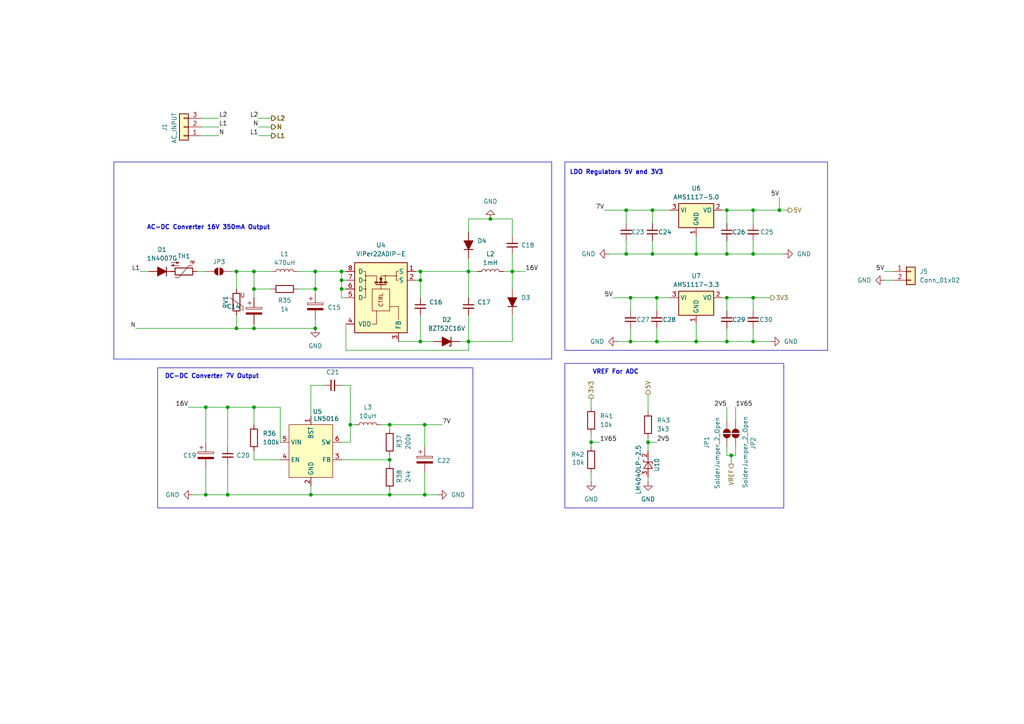
<source format=kicad_sch>
(kicad_sch (version 20231120) (generator "eeschema") (generator_version "8.0")
  (paper "A4")
  (lib_symbols
    (symbol "3Phase:Thermistor_NTC-3Phase-rescue-3Phase-rescue" (pin_numbers hide) (pin_names (offset 0))
      (property "Reference" "TH" (at -4.445 0 90))
      (property "Value" "Thermistor_NTC-3Phase-rescue-3Phase-rescue" (at 3.175 0 90))
      (symbol "Thermistor_NTC-3Phase-rescue-3Phase-rescue_0_1"
        (arc (start -3.048 2.159) (mid -3.0495 2.3143) (end -3.175 2.413))
        (arc (start -3.048 2.159) (mid -2.9736 1.9794) (end -2.794 1.905))
        (arc (start -3.048 2.794) (mid -2.9736 2.6144) (end -2.794 2.54))
        (arc (start -2.794 1.905) (mid -2.6144 1.9794) (end -2.54 2.159))
        (arc (start -2.794 2.54) (mid -2.4393 2.5587) (end -2.159 2.794))
        (arc (start -2.794 3.048) (mid -2.9736 2.9736) (end -3.048 2.794))
        (arc (start -2.54 2.794) (mid -2.6144 2.9736) (end -2.794 3.048))
        (rectangle (start -1.016 2.54) (end 1.016 -2.54) (stroke (width 0.254)))
        (polyline (pts (xy -2.54 2.159) (xy -2.54 2.794)))
        (polyline (pts (xy -1.778 2.54) (xy -1.778 1.524) (xy 1.778 -1.524) (xy 1.778 -2.54)))
        (polyline (pts (xy -2.54 -3.683) (xy -2.54 -1.397) (xy -2.794 -2.159) (xy -2.286 -2.159) (xy -2.54 -1.397) (xy -2.54 -1.651)) (fill (type outline)))
        (polyline (pts (xy -1.778 -1.397) (xy -1.778 -3.683) (xy -2.032 -2.921) (xy -1.524 -2.921) (xy -1.778 -3.683) (xy -1.778 -3.429)) (fill (type outline)))
      )
      (symbol "Thermistor_NTC-3Phase-rescue-3Phase-rescue_1_1"
        (pin passive line (at 0 3.81 270) (length 1.27) (name "~") (number "1"))
        (pin passive line (at 0 -3.81 90) (length 1.27) (name "~") (number "2"))
      )
    )
    (symbol "3Phase:Varistor-3Phase-rescue-3Phase-rescue" (pin_numbers hide) (pin_names (offset 0))
      (property "Reference" "RV" (at 3.175 0 90))
      (property "Value" "Varistor-3Phase-rescue-3Phase-rescue" (at -3.175 0 90))
      (symbol "Varistor-3Phase-rescue-3Phase-rescue_0_0"
        (text "U" (at -1.778 -2.032 0) (effects (font (size 1.27 1.27))))
      )
      (symbol "Varistor-3Phase-rescue-3Phase-rescue_0_1"
        (rectangle (start -1.016 -2.54) (end 1.016 2.54) (stroke (width 0.254)))
        (polyline (pts (xy -1.905 2.54) (xy -1.905 1.27) (xy 1.905 -1.27)))
      )
      (symbol "Varistor-3Phase-rescue-3Phase-rescue_1_1"
        (pin passive line (at 0 3.81 270) (length 1.27) (name "~") (number "1"))
        (pin passive line (at 0 -3.81 90) (length 1.27) (name "~") (number "2"))
      )
    )
    (symbol "Connector_Generic:Conn_01x02" (pin_names (offset 1.016) hide)
      (property "Reference" "J" (at 0 2.54 0))
      (property "Value" "Conn_01x02" (at 0 -5.08 0))
      (symbol "Conn_01x02_1_1"
        (rectangle (start -1.27 -2.413) (end 0 -2.667) (stroke (width 0.1524)))
        (rectangle (start -1.27 0.127) (end 0 -0.127) (stroke (width 0.1524)))
        (rectangle (start -1.27 1.27) (end 1.27 -3.81) (stroke (width 0.254)) (fill (type background)))
        (pin passive line (at -5.08 0 0) (length 3.81) (name "Pin_1") (number "1"))
        (pin passive line (at -5.08 -2.54 0) (length 3.81) (name "Pin_2") (number "2"))
      )
    )
    (symbol "Connector_Generic:Conn_01x03" (pin_names (offset 1.016) hide)
      (property "Reference" "J" (at 0 5.08 0))
      (property "Value" "Conn_01x03" (at 0 -5.08 0))
      (symbol "Conn_01x03_1_1"
        (rectangle (start -1.27 -2.413) (end 0 -2.667) (stroke (width 0.1524)))
        (rectangle (start -1.27 0.127) (end 0 -0.127) (stroke (width 0.1524)))
        (rectangle (start -1.27 2.667) (end 0 2.413) (stroke (width 0.1524)))
        (rectangle (start -1.27 3.81) (end 1.27 -3.81) (stroke (width 0.254)) (fill (type background)))
        (pin passive line (at -5.08 2.54 0) (length 3.81) (name "Pin_1") (number "1"))
        (pin passive line (at -5.08 0 0) (length 3.81) (name "Pin_2") (number "2"))
        (pin passive line (at -5.08 -2.54 0) (length 3.81) (name "Pin_3") (number "3"))
      )
    )
    (symbol "Device:C_Polarized" (pin_numbers hide) (pin_names (offset 0.254))
      (property "Reference" "C" (at 0.635 2.54 0))
      (property "Value" "C_Polarized" (at 0.635 -2.54 0))
      (symbol "C_Polarized_0_1"
        (rectangle (start -2.286 0.508) (end 2.286 1.016))
        (polyline (pts (xy -1.778 2.286) (xy -0.762 2.286)))
        (polyline (pts (xy -1.27 2.794) (xy -1.27 1.778)))
        (rectangle (start 2.286 -0.508) (end -2.286 -1.016) (fill (type outline)))
      )
      (symbol "C_Polarized_1_1"
        (pin passive line (at 0 3.81 270) (length 2.794) (name "~") (number "1"))
        (pin passive line (at 0 -3.81 90) (length 2.794) (name "~") (number "2"))
      )
    )
    (symbol "Device:C_Small" (pin_numbers hide) (pin_names (offset 0.254) hide)
      (property "Reference" "C" (at 0.254 1.778 0))
      (property "Value" "C_Small" (at 0.254 -2.032 0))
      (symbol "C_Small_0_1"
        (polyline (pts (xy -1.524 -0.508) (xy 1.524 -0.508)) (stroke (width 0.3302)))
        (polyline (pts (xy -1.524 0.508) (xy 1.524 0.508)) (stroke (width 0.3048)))
      )
      (symbol "C_Small_1_1"
        (pin passive line (at 0 2.54 270) (length 2.032) (name "~") (number "1"))
        (pin passive line (at 0 -2.54 90) (length 2.032) (name "~") (number "2"))
      )
    )
    (symbol "Device:D_Filled" (pin_numbers hide) (pin_names (offset 1.016) hide)
      (property "Reference" "D" (at 0 2.54 0))
      (property "Value" "D_Filled" (at 0 -2.54 0))
      (symbol "D_Filled_0_1"
        (polyline (pts (xy -1.27 1.27) (xy -1.27 -1.27)) (stroke (width 0.254)))
        (polyline (pts (xy 1.27 0) (xy -1.27 0)))
        (polyline (pts (xy 1.27 1.27) (xy 1.27 -1.27) (xy -1.27 0) (xy 1.27 1.27)) (stroke (width 0.254)) (fill (type outline)))
      )
      (symbol "D_Filled_1_1"
        (pin passive line (at -3.81 0 0) (length 2.54) (name "K") (number "1"))
        (pin passive line (at 3.81 0 180) (length 2.54) (name "A") (number "2"))
      )
    )
    (symbol "Device:D_Zener_Filled" (pin_numbers hide) (pin_names (offset 1.016) hide)
      (property "Reference" "D" (at 0 2.54 0))
      (property "Value" "D_Zener_Filled" (at 0 -2.54 0))
      (symbol "D_Zener_Filled_0_1"
        (polyline (pts (xy 1.27 0) (xy -1.27 0)))
        (polyline (pts (xy -1.27 -1.27) (xy -1.27 1.27) (xy -0.762 1.27)) (stroke (width 0.254)))
        (polyline (pts (xy 1.27 -1.27) (xy 1.27 1.27) (xy -1.27 0) (xy 1.27 -1.27)) (stroke (width 0.254)) (fill (type outline)))
      )
      (symbol "D_Zener_Filled_1_1"
        (pin passive line (at -3.81 0 0) (length 2.54) (name "K") (number "1"))
        (pin passive line (at 3.81 0 180) (length 2.54) (name "A") (number "2"))
      )
    )
    (symbol "Device:L" (pin_numbers hide) (pin_names (offset 1.016) hide)
      (property "Reference" "L" (at -1.27 0 90))
      (property "Value" "L" (at 1.905 0 90))
      (symbol "L_0_1"
        (arc (start 0 -2.54) (mid 0.6323 -1.905) (end 0 -1.27))
        (arc (start 0 -1.27) (mid 0.6323 -0.635) (end 0 0))
        (arc (start 0 0) (mid 0.6323 0.635) (end 0 1.27))
        (arc (start 0 1.27) (mid 0.6323 1.905) (end 0 2.54))
      )
      (symbol "L_1_1"
        (pin passive line (at 0 3.81 270) (length 1.27) (name "1") (number "1"))
        (pin passive line (at 0 -3.81 90) (length 1.27) (name "2") (number "2"))
      )
    )
    (symbol "Device:R" (pin_numbers hide) (pin_names (offset 0))
      (property "Reference" "R" (at 2.032 0 90))
      (property "Value" "R" (at 0 0 90))
      (symbol "R_0_1"
        (rectangle (start -1.016 -2.54) (end 1.016 2.54) (stroke (width 0.254)))
      )
      (symbol "R_1_1"
        (pin passive line (at 0 3.81 270) (length 1.27) (name "~") (number "1"))
        (pin passive line (at 0 -3.81 90) (length 1.27) (name "~") (number "2"))
      )
    )
    (symbol "Jumper:SolderJumper_2_Open" (pin_numbers hide) (pin_names (offset 0) hide) (exclude_from_sim yes) (in_bom no)
      (property "Reference" "JP" (at 0 2.032 0))
      (property "Value" "SolderJumper_2_Open" (at 0 -2.54 0))
      (symbol "SolderJumper_2_Open_0_1"
        (arc (start -0.254 1.016) (mid -1.2656 0) (end -0.254 -1.016))
        (arc (start -0.254 1.016) (mid -1.2656 0) (end -0.254 -1.016) (fill (type outline)))
        (polyline (pts (xy -0.254 1.016) (xy -0.254 -1.016)))
        (polyline (pts (xy 0.254 1.016) (xy 0.254 -1.016)))
        (arc (start 0.254 -1.016) (mid 1.2656 0) (end 0.254 1.016))
        (arc (start 0.254 -1.016) (mid 1.2656 0) (end 0.254 1.016) (fill (type outline)))
      )
      (symbol "SolderJumper_2_Open_1_1"
        (pin passive line (at -3.81 0 0) (length 2.54) (name "A") (number "1"))
        (pin passive line (at 3.81 0 180) (length 2.54) (name "B") (number "2"))
      )
    )
    (symbol "LN5016:LN5016PHMR-G"
      (property "Reference" "U5" (at 0.508 2.54 0))
      (property "Value" "LN5016" (at 0.762 0.508 0))
      (symbol "LN5016PHMR-G_1_1"
        (rectangle (start -6.35 -1.27) (end 6.35 -16.51) (fill (type background)))
        (pin input line (at 0 1.27 270) (length 2.54) (name "BST") (number "1"))
        (pin input line (at 0 -19.05 90) (length 2.54) (name "GND") (number "2"))
        (pin input line (at 8.89 -11.43 180) (length 2.54) (name "FB") (number "3"))
        (pin input line (at -8.89 -11.43 0) (length 2.54) (name "EN") (number "4"))
        (pin input line (at -8.89 -6.35 0) (length 2.54) (name "VIN") (number "5"))
        (pin output line (at 8.89 -6.35 180) (length 2.54) (name "SW") (number "6"))
      )
    )
    (symbol "Reference_Voltage:LM4040LP-2.5" (pin_names (offset 0.0254) hide)
      (property "Reference" "U" (at 0 2.54 0))
      (property "Value" "LM4040LP-2.5" (at 0 -3.175 0))
      (symbol "LM4040LP-2.5_0_1"
        (polyline (pts (xy -1.27 0) (xy 0 0) (xy 1.27 0)))
        (polyline (pts (xy -1.27 -1.27) (xy 0.635 0) (xy -1.27 1.27) (xy -1.27 -1.27)) (stroke (width 0.2032)))
        (polyline (pts (xy 0 -1.27) (xy 0.635 -1.27) (xy 0.635 1.27) (xy 1.27 1.27)) (stroke (width 0.2032)))
      )
      (symbol "LM4040LP-2.5_1_1"
        (pin no_connect line (at -1.27 0 0) (length 2.54) hide (name "NC") (number "1"))
        (pin passive line (at 3.81 0 180) (length 2.54) (name "K") (number "2"))
        (pin passive line (at -3.81 0 0) (length 2.54) (name "A") (number "3"))
      )
    )
    (symbol "Regulator_Linear:AMS1117-3.3"
      (property "Reference" "U" (at -3.81 3.175 0))
      (property "Value" "AMS1117-3.3" (at 0 3.175 0))
      (symbol "AMS1117-3.3_0_1"
        (rectangle (start -5.08 -5.08) (end 5.08 1.905) (stroke (width 0.254)) (fill (type background)))
      )
      (symbol "AMS1117-3.3_1_1"
        (pin power_in line (at 0 -7.62 90) (length 2.54) (name "GND") (number "1"))
        (pin power_out line (at 7.62 0 180) (length 2.54) (name "VO") (number "2"))
        (pin power_in line (at -7.62 0 0) (length 2.54) (name "VI") (number "3"))
      )
    )
    (symbol "Regulator_Linear:AMS1117-5.0"
      (property "Reference" "U" (at -3.81 3.175 0))
      (property "Value" "AMS1117-5.0" (at 0 3.175 0))
      (symbol "AMS1117-5.0_0_1"
        (rectangle (start -5.08 -5.08) (end 5.08 1.905) (stroke (width 0.254)) (fill (type background)))
      )
      (symbol "AMS1117-5.0_1_1"
        (pin power_in line (at 0 -7.62 90) (length 2.54) (name "GND") (number "1"))
        (pin power_out line (at 7.62 0 180) (length 2.54) (name "VO") (number "2"))
        (pin power_in line (at -7.62 0 0) (length 2.54) (name "VI") (number "3"))
      )
    )
    (symbol "Regulator_Switching:VIPer22ADIP-E" (pin_names (offset 1.016))
      (property "Reference" "U" (at 11.43 6.35 0))
      (property "Value" "VIPer22ADIP-E" (at 11.43 3.81 0))
      (symbol "VIPer22ADIP-E_0_0"
        (rectangle (start -10.16 7.62) (end 10.16 -7.62) (stroke (width 0.254)) (fill (type background)))
        (polyline (pts (xy 2.54 5.08) (xy 2.54 4.445)))
        (polyline (pts (xy 5.08 5.08) (xy 5.08 4.445)))
        (polyline (pts (xy 6.35 -2.54) (xy 6.35 -4.445)))
        (polyline (pts (xy 6.35 2.54) (xy 6.35 4.445)))
        (polyline (pts (xy 0 5.08) (xy 0 4.445) (xy 7.62 4.445) (xy 7.62 5.08)))
        (polyline (pts (xy 5.08 -5.08) (xy 5.08 -4.445) (xy 7.62 -4.445) (xy 7.62 -5.08)))
        (circle (center 2.54 4.445) (radius 0.127))
        (circle (center 5.08 4.445) (radius 0.127))
        (circle (center 6.35 -4.445) (radius 0.127))
        (circle (center 6.35 -1.27) (radius 0.127))
        (circle (center 6.35 4.445) (radius 0.127))
        (text "CTRL" (at -0.635 0 0) (effects (font (size 1.1176 1.1176))))
      )
      (symbol "VIPer22ADIP-E_0_1"
        (rectangle (start -3.81 2.54) (end 2.54 -2.54))
        (polyline (pts (xy 3.81 0) (xy 2.54 0)))
        (polyline (pts (xy 4.445 -1.016) (xy 4.445 -1.651)) (stroke (width 0.508)))
        (polyline (pts (xy 4.445 0.381) (xy 4.445 -0.381)) (stroke (width 0.508)))
        (polyline (pts (xy 4.445 1.651) (xy 4.445 1.016)) (stroke (width 0.508)))
        (polyline (pts (xy -7.62 2.54) (xy -7.62 1.27) (xy -3.81 1.27)))
        (polyline (pts (xy -6.35 -5.08) (xy -2.54 -5.08) (xy -2.54 -2.54)))
        (polyline (pts (xy 3.81 1.524) (xy 3.81 -1.524) (xy 3.81 -1.524)) (stroke (width 0.254)))
        (polyline (pts (xy 4.572 -1.27) (xy 6.35 -1.27) (xy 6.35 -2.54) (xy 6.35 -2.54)))
        (polyline (pts (xy 4.572 1.27) (xy 6.35 1.27) (xy 6.35 2.54) (xy 6.35 2.54)))
        (polyline (pts (xy 4.572 0) (xy 5.08 0) (xy 6.35 0) (xy 6.35 -1.27) (xy 6.35 -1.27)))
        (polyline (pts (xy 4.699 0) (xy 5.715 0.381) (xy 5.715 -0.381) (xy 4.699 0) (xy 4.826 0) (xy 4.826 0)) (fill (type outline)))
      )
      (symbol "VIPer22ADIP-E_1_1"
        (pin passive line (at 7.62 -10.16 90) (length 2.54) (name "S") (number "1"))
        (pin passive line (at 5.08 -10.16 90) (length 2.54) (name "S") (number "2"))
        (pin input line (at -12.7 -5.08 0) (length 2.54) (name "FB") (number "3"))
        (pin power_in line (at -7.62 10.16 270) (length 2.54) (name "VDD") (number "4"))
        (pin passive line (at 0 10.16 270) (length 2.54) (name "D") (number "5"))
        (pin passive line (at 2.54 10.16 270) (length 2.54) (name "D") (number "6"))
        (pin passive line (at 5.08 10.16 270) (length 2.54) (name "D") (number "7"))
        (pin passive line (at 7.62 10.16 270) (length 2.54) (name "D") (number "8"))
      )
    )
    (symbol "power:GND" (power) (pin_numbers hide) (pin_names (offset 0) hide)
      (property "Value" "GND" (at 0 -3.81 0))
      (symbol "GND_0_1"
        (polyline (pts (xy 0 0) (xy 0 -1.27) (xy 1.27 -1.27) (xy 0 -2.54) (xy -1.27 -1.27) (xy 0 -1.27)))
      )
      (symbol "GND_1_1"
        (pin power_in line (at 0 0 270) (length 0) (name "~") (number "1"))
      )
    )
  )
  (junction (at 189.23 60.96))
  (junction (at 181.61 60.96))
  (junction (at 142.24 63.5))
  (junction (at 101.6 123.19))
  (junction (at 91.44 95.25))
  (junction (at 73.66 95.25))
  (junction (at 73.66 78.74))
  (junction (at 190.5 99.06))
  (junction (at 99.06 78.74))
  (junction (at 218.44 86.36))
  (junction (at 68.58 95.25))
  (junction (at 201.93 73.66))
  (junction (at 218.44 73.66))
  (junction (at 187.96 128.27))
  (junction (at 123.19 123.19))
  (junction (at 135.89 78.74))
  (junction (at 123.19 143.51))
  (junction (at 90.17 143.51))
  (junction (at 171.45 128.27))
  (junction (at 66.04 118.11))
  (junction (at 148.59 78.74))
  (junction (at 210.82 86.36))
  (junction (at 210.82 60.96))
  (junction (at 59.69 118.11))
  (junction (at 121.92 99.06))
  (junction (at 73.66 83.82))
  (junction (at 68.58 78.74))
  (junction (at 59.69 143.51))
  (junction (at 66.04 143.51))
  (junction (at 181.61 73.66))
  (junction (at 73.66 118.11))
  (junction (at 91.44 83.82))
  (junction (at 121.92 78.74))
  (junction (at 99.06 83.82))
  (junction (at 226.06 60.96))
  (junction (at 210.82 73.66))
  (junction (at 135.89 99.06))
  (junction (at 99.06 81.28))
  (junction (at 121.92 81.28))
  (junction (at 218.44 60.96))
  (junction (at 182.88 99.06))
  (junction (at 182.88 86.36))
  (junction (at 91.44 78.74))
  (junction (at 210.82 99.06))
  (junction (at 113.03 143.51))
  (junction (at 212.09 132.08))
  (junction (at 190.5 86.36))
  (junction (at 113.03 133.35))
  (junction (at 189.23 73.66))
  (junction (at 201.93 99.06))
  (junction (at 218.44 99.06))
  (junction (at 113.03 123.19))
  (wire (pts (xy 121.92 78.74) (xy 121.92 81.28)))
  (wire (pts (xy 201.93 68.58) (xy 201.93 73.66)))
  (wire (pts (xy 91.44 92.71) (xy 91.44 95.25)))
  (wire (pts (xy 213.36 129.54) (xy 213.36 132.08)))
  (wire (pts (xy 113.03 132.08) (xy 113.03 133.35)))
  (wire (pts (xy 176.53 73.66) (xy 181.61 73.66)))
  (wire (pts (xy 182.88 95.25) (xy 182.88 99.06)))
  (wire (pts (xy 86.36 83.82) (xy 91.44 83.82)))
  (wire (pts (xy 135.89 63.5) (xy 142.24 63.5)))
  (wire (pts (xy 226.06 60.96) (xy 228.6 60.96)))
  (wire (pts (xy 99.06 111.76) (xy 101.6 111.76)))
  (wire (pts (xy 123.19 137.16) (xy 123.19 143.51)))
  (wire (pts (xy 100.33 93.98) (xy 100.33 101.6)))
  (wire (pts (xy 73.66 118.11) (xy 81.28 118.11)))
  (wire (pts (xy 181.61 60.96) (xy 189.23 60.96)))
  (wire (pts (xy 218.44 73.66) (xy 227.33 73.66)))
  (wire (pts (xy 58.42 39.37) (xy 63.5 39.37)))
  (wire (pts (xy 66.04 118.11) (xy 66.04 129.54)))
  (wire (pts (xy 113.03 142.24) (xy 113.03 143.51)))
  (wire (pts (xy 99.06 81.28) (xy 100.33 81.28)))
  (wire (pts (xy 218.44 90.17) (xy 218.44 86.36)))
  (wire (pts (xy 212.09 132.08) (xy 213.36 132.08)))
  (wire (pts (xy 101.6 123.19) (xy 101.6 128.27)))
  (wire (pts (xy 90.17 143.51) (xy 113.03 143.51)))
  (wire (pts (xy 113.03 134.62) (xy 113.03 133.35)))
  (wire (pts (xy 152.4 78.74) (xy 148.59 78.74)))
  (wire (pts (xy 121.92 81.28) (xy 121.92 86.36)))
  (wire (pts (xy 81.28 118.11) (xy 81.28 128.27)))
  (wire (pts (xy 59.69 135.89) (xy 59.69 143.51)))
  (wire (pts (xy 90.17 120.65) (xy 90.17 111.76)))
  (wire (pts (xy 68.58 91.44) (xy 68.58 95.25)))
  (wire (pts (xy 190.5 99.06) (xy 201.93 99.06)))
  (wire (pts (xy 171.45 128.27) (xy 173.99 128.27)))
  (wire (pts (xy 148.59 73.66) (xy 148.59 78.74)))
  (wire (pts (xy 59.69 143.51) (xy 66.04 143.51)))
  (wire (pts (xy 68.58 95.25) (xy 73.66 95.25)))
  (wire (pts (xy 218.44 99.06) (xy 223.52 99.06)))
  (wire (pts (xy 210.82 118.11) (xy 210.82 121.92)))
  (wire (pts (xy 171.45 125.73) (xy 171.45 128.27)))
  (wire (pts (xy 212.09 134.62) (xy 212.09 132.08)))
  (wire (pts (xy 66.04 143.51) (xy 90.17 143.51)))
  (wire (pts (xy 113.03 143.51) (xy 123.19 143.51)))
  (wire (pts (xy 99.06 86.36) (xy 99.06 83.82)))
  (wire (pts (xy 67.31 78.74) (xy 68.58 78.74)))
  (wire (pts (xy 148.59 63.5) (xy 148.59 68.58)))
  (wire (pts (xy 54.61 118.11) (xy 59.69 118.11)))
  (wire (pts (xy 182.88 86.36) (xy 190.5 86.36)))
  (wire (pts (xy 182.88 99.06) (xy 190.5 99.06)))
  (wire (pts (xy 171.45 128.27) (xy 171.45 129.54)))
  (wire (pts (xy 68.58 78.74) (xy 73.66 78.74)))
  (wire (pts (xy 90.17 111.76) (xy 93.98 111.76)))
  (wire (pts (xy 210.82 64.77) (xy 210.82 60.96)))
  (wire (pts (xy 73.66 95.25) (xy 91.44 95.25)))
  (wire (pts (xy 189.23 60.96) (xy 194.31 60.96)))
  (wire (pts (xy 218.44 60.96) (xy 226.06 60.96)))
  (wire (pts (xy 182.88 90.17) (xy 182.88 86.36)))
  (wire (pts (xy 218.44 86.36) (xy 223.52 86.36)))
  (wire (pts (xy 135.89 67.31) (xy 135.89 63.5)))
  (wire (pts (xy 187.96 128.27) (xy 187.96 130.81)))
  (wire (pts (xy 73.66 95.25) (xy 73.66 93.98)))
  (wire (pts (xy 73.66 118.11) (xy 73.66 123.19)))
  (wire (pts (xy 121.92 99.06) (xy 125.73 99.06)))
  (wire (pts (xy 210.82 86.36) (xy 209.55 86.36)))
  (wire (pts (xy 133.35 99.06) (xy 135.89 99.06)))
  (wire (pts (xy 91.44 85.09) (xy 91.44 83.82)))
  (wire (pts (xy 187.96 114.3) (xy 187.96 119.38)))
  (wire (pts (xy 218.44 64.77) (xy 218.44 60.96)))
  (wire (pts (xy 110.49 123.19) (xy 113.03 123.19)))
  (wire (pts (xy 73.66 83.82) (xy 78.74 83.82)))
  (wire (pts (xy 66.04 118.11) (xy 73.66 118.11)))
  (wire (pts (xy 226.06 57.15) (xy 226.06 60.96)))
  (wire (pts (xy 135.89 74.93) (xy 135.89 78.74)))
  (wire (pts (xy 50.8 78.74) (xy 49.53 78.74)))
  (wire (pts (xy 181.61 69.85) (xy 181.61 73.66)))
  (wire (pts (xy 187.96 127) (xy 187.96 128.27)))
  (wire (pts (xy 218.44 69.85) (xy 218.44 73.66)))
  (wire (pts (xy 190.5 99.06) (xy 190.5 95.25)))
  (wire (pts (xy 91.44 78.74) (xy 86.36 78.74)))
  (wire (pts (xy 187.96 128.27) (xy 190.5 128.27)))
  (wire (pts (xy 189.23 64.77) (xy 189.23 60.96)))
  (wire (pts (xy 40.64 78.74) (xy 43.18 78.74)))
  (wire (pts (xy 90.17 143.51) (xy 90.17 140.97)))
  (wire (pts (xy 68.58 83.82) (xy 68.58 78.74)))
  (wire (pts (xy 57.15 78.74) (xy 59.69 78.74)))
  (wire (pts (xy 190.5 86.36) (xy 194.31 86.36)))
  (wire (pts (xy 113.03 123.19) (xy 113.03 124.46)))
  (wire (pts (xy 210.82 95.25) (xy 210.82 99.06)))
  (wire (pts (xy 73.66 86.36) (xy 73.66 83.82)))
  (wire (pts (xy 135.89 91.44) (xy 135.89 99.06)))
  (wire (pts (xy 99.06 78.74) (xy 100.33 78.74)))
  (wire (pts (xy 121.92 81.28) (xy 120.65 81.28)))
  (wire (pts (xy 210.82 99.06) (xy 201.93 99.06)))
  (wire (pts (xy 210.82 60.96) (xy 218.44 60.96)))
  (wire (pts (xy 59.69 118.11) (xy 59.69 128.27)))
  (wire (pts (xy 55.88 143.51) (xy 59.69 143.51)))
  (wire (pts (xy 210.82 73.66) (xy 218.44 73.66)))
  (wire (pts (xy 189.23 73.66) (xy 189.23 69.85)))
  (wire (pts (xy 123.19 123.19) (xy 123.19 129.54)))
  (wire (pts (xy 101.6 123.19) (xy 102.87 123.19)))
  (wire (pts (xy 181.61 64.77) (xy 181.61 60.96)))
  (wire (pts (xy 218.44 95.25) (xy 218.44 99.06)))
  (wire (pts (xy 210.82 99.06) (xy 218.44 99.06)))
  (wire (pts (xy 210.82 129.54) (xy 210.82 132.08)))
  (wire (pts (xy 135.89 78.74) (xy 135.89 86.36)))
  (wire (pts (xy 113.03 123.19) (xy 123.19 123.19)))
  (wire (pts (xy 135.89 99.06) (xy 148.59 99.06)))
  (wire (pts (xy 121.92 99.06) (xy 115.57 99.06)))
  (wire (pts (xy 210.82 90.17) (xy 210.82 86.36)))
  (wire (pts (xy 190.5 90.17) (xy 190.5 86.36)))
  (wire (pts (xy 91.44 78.74) (xy 91.44 83.82)))
  (wire (pts (xy 189.23 73.66) (xy 201.93 73.66)))
  (wire (pts (xy 91.44 78.74) (xy 99.06 78.74)))
  (wire (pts (xy 148.59 78.74) (xy 146.05 78.74)))
  (wire (pts (xy 74.93 36.83) (xy 78.74 36.83)))
  (wire (pts (xy 171.45 137.16) (xy 171.45 139.7)))
  (wire (pts (xy 175.26 60.96) (xy 181.61 60.96)))
  (wire (pts (xy 256.54 78.74) (xy 259.08 78.74)))
  (wire (pts (xy 213.36 118.11) (xy 213.36 121.92)))
  (wire (pts (xy 39.37 95.25) (xy 68.58 95.25)))
  (wire (pts (xy 135.89 101.6) (xy 135.89 99.06)))
  (wire (pts (xy 73.66 78.74) (xy 73.66 83.82)))
  (wire (pts (xy 74.93 39.37) (xy 78.74 39.37)))
  (wire (pts (xy 101.6 111.76) (xy 101.6 123.19)))
  (wire (pts (xy 210.82 69.85) (xy 210.82 73.66)))
  (wire (pts (xy 58.42 36.83) (xy 63.5 36.83)))
  (wire (pts (xy 120.65 78.74) (xy 121.92 78.74)))
  (wire (pts (xy 123.19 123.19) (xy 128.27 123.19)))
  (wire (pts (xy 73.66 78.74) (xy 78.74 78.74)))
  (wire (pts (xy 177.8 86.36) (xy 182.88 86.36)))
  (wire (pts (xy 179.07 99.06) (xy 182.88 99.06)))
  (wire (pts (xy 210.82 86.36) (xy 218.44 86.36)))
  (wire (pts (xy 73.66 133.35) (xy 81.28 133.35)))
  (wire (pts (xy 201.93 93.98) (xy 201.93 99.06)))
  (wire (pts (xy 121.92 78.74) (xy 135.89 78.74)))
  (wire (pts (xy 181.61 73.66) (xy 189.23 73.66)))
  (wire (pts (xy 127 143.51) (xy 123.19 143.51)))
  (wire (pts (xy 100.33 101.6) (xy 135.89 101.6)))
  (wire (pts (xy 73.66 130.81) (xy 73.66 133.35)))
  (wire (pts (xy 59.69 118.11) (xy 66.04 118.11)))
  (wire (pts (xy 256.54 81.28) (xy 259.08 81.28)))
  (wire (pts (xy 135.89 78.74) (xy 138.43 78.74)))
  (wire (pts (xy 210.82 60.96) (xy 209.55 60.96)))
  (wire (pts (xy 142.24 63.5) (xy 148.59 63.5)))
  (wire (pts (xy 99.06 81.28) (xy 99.06 78.74)))
  (wire (pts (xy 101.6 128.27) (xy 99.06 128.27)))
  (wire (pts (xy 99.06 83.82) (xy 100.33 83.82)))
  (wire (pts (xy 99.06 83.82) (xy 99.06 81.28)))
  (wire (pts (xy 58.42 34.29) (xy 63.5 34.29)))
  (wire (pts (xy 148.59 91.44) (xy 148.59 99.06)))
  (wire (pts (xy 121.92 91.44) (xy 121.92 99.06)))
  (wire (pts (xy 99.06 133.35) (xy 113.03 133.35)))
  (wire (pts (xy 66.04 134.62) (xy 66.04 143.51)))
  (wire (pts (xy 74.93 34.29) (xy 78.74 34.29)))
  (wire (pts (xy 187.96 138.43) (xy 187.96 139.7)))
  (wire (pts (xy 100.33 86.36) (xy 99.06 86.36)))
  (wire (pts (xy 212.09 132.08) (xy 210.82 132.08)))
  (wire (pts (xy 171.45 115.57) (xy 171.45 118.11)))
  (wire (pts (xy 210.82 73.66) (xy 201.93 73.66)))
  (wire (pts (xy 148.59 83.82) (xy 148.59 78.74)))
  (rectangle (start 33.02 46.99) (end 160.02 104.14))
  (rectangle (start 163.83 46.99) (end 240.03 101.6))
  (rectangle (start 163.83 105.41) (end 227.33 147.32))
  (rectangle (start 45.72 106.68) (end 137.16 147.32))
  (text "DC-DC Converter 7V Output\n\n" (at 61.468 110.236 0) (effects (font (size 1.27 1.27) (thickness 0.254) (bold yes))))
  (text "VREF For ADC\n" (at 178.562 107.95 0) (effects (font (size 1.27 1.27) (thickness 0.254) (bold yes))))
  (text "AC-DC Converter 16V 350mA Output\n\n" (at 60.452 67.056 0) (effects (font (size 1.27 1.27) (thickness 0.254) (bold yes))))
  (text "LDO Regulators 5V and 3V3\n" (at 178.816 50.038 0) (effects (font (size 1.27 1.27) (thickness 0.254) (bold yes))))
  (label "16V" (at 152.4 78.74 0))
  (label "N" (at 74.93 36.83 180))
  (label "N" (at 39.37 95.25 180))
  (label "L2" (at 63.5 34.29 0))
  (label "1V65" (at 213.36 118.11 0))
  (label "7V" (at 128.27 123.19 0))
  (label "16V" (at 54.61 118.11 180))
  (label "5V" (at 226.06 57.15 180))
  (label "L2" (at 74.93 34.29 180))
  (label "5V" (at 177.8 86.36 180))
  (label "2V5" (at 190.5 128.27 0))
  (label "L1" (at 74.93 39.37 180))
  (label "2V5" (at 210.82 118.11 180))
  (label "1V65" (at 173.99 128.27 0))
  (label "N" (at 63.5 39.37 0))
  (label "L1" (at 63.5 36.83 0))
  (label "L1" (at 40.64 78.74 180))
  (label "5V" (at 256.54 78.74 180))
  (label "7V" (at 175.26 60.96 180))
  (hierarchical_label "N" (shape output) (at 78.74 36.83 0) (effects (font (thickness 0.254) (bold yes))))
  (hierarchical_label "5V" (shape output) (at 228.6 60.96 0))
  (hierarchical_label "L2" (shape output) (at 78.74 34.29 0) (effects (font (thickness 0.254) (bold yes))))
  (hierarchical_label "3V3" (shape output) (at 223.52 86.36 0))
  (hierarchical_label "VREF" (shape output) (at 212.09 134.62 270))
  (hierarchical_label "L1" (shape output) (at 78.74 39.37 0) (effects (font (thickness 0.254) (bold yes))))
  (hierarchical_label "3V3" (shape output) (at 171.45 115.57 90))
  (hierarchical_label "5V" (shape output) (at 187.96 114.3 90))
  (symbol (lib_id "Device:C_Polarized") (at 59.69 132.08 0) (unit 1)
    (property "Reference" "C19" (at 53.086 132.08 0) (effects (justify left)))
    (property "Value" "22uF 25V" (effects (hide yes)))
    (property "Footprint" "Capacitor_THT:CP_Radial_D5.0mm_P2.50mm" (effects (hide yes)))
    (property "Description" "Polarized capacitor" (effects (hide yes)))
  )
  (symbol (lib_id "Jumper:SolderJumper_2_Open") (at 213.36 125.73 90) (unit 1) (exclude_from_sim yes) (in_bom no)
    (property "Reference" "JP2" (at 218.44 126.746 0) (effects (justify right)))
    (property "Value" "SolderJumper_2_Open" (at 216.154 120.65 0) (effects (justify right)))
    (property "Footprint" "Jumper:SolderJumper-2_P1.3mm_Open_RoundedPad1.0x1.5mm" (effects (hide yes)))
    (property "Description" "Solder Jumper, 2-pole, open" (effects (hide yes)))
  )
  (symbol (lib_id "Regulator_Linear:AMS1117-5.0") (at 201.93 60.96 0) (unit 1)
    (property "Reference" "U6" (at 201.93 54.61 0))
    (property "Value" "AMS1117-5.0" (at 201.93 57.15 0))
    (property "Footprint" "Package_TO_SOT_SMD:SOT-223-3_TabPin2" (effects (hide yes)))
    (property "Datasheet" "http://www.advanced-monolithic.com/pdf/ds1117.pdf" (effects (hide yes)))
    (property "Description" "1A Low Dropout regulator, positive, 5.0V fixed output, SOT-223" (effects (hide yes)))
  )
  (symbol (lib_id "Device:D_Filled") (at 46.99 78.74 180) (unit 1)
    (property "Reference" "D1" (at 46.99 72.39 0))
    (property "Value" "1N4007G" (at 46.99 74.93 0))
    (property "Footprint" "D_SMA" (effects (hide yes)))
    (property "Description" "Diode, filled shape" (effects (hide yes)))
    (property "Sim.Device" "D" (effects (hide yes)))
    (property "Sim.Pins" "1=K 2=A" (effects (hide yes)))
  )
  (symbol (lib_id "Device:C_Small") (at 218.44 67.31 0) (unit 1)
    (property "Reference" "C25" (at 220.472 67.31 0) (effects (justify left)))
    (property "Value" "22uF 25V" (effects (hide yes)))
    (property "Footprint" "Capacitor_SMD:C_0805_2012Metric_Pad1.18x1.45mm_HandSolder" (effects (hide yes)))
    (property "Description" "Unpolarized capacitor, small symbol" (effects (hide yes)))
  )
  (symbol (lib_id "Jumper:SolderJumper_2_Open") (at 210.82 125.73 90) (unit 1) (exclude_from_sim yes) (in_bom no)
    (property "Reference" "JP1" (at 204.978 126.492 0) (effects (justify right)))
    (property "Value" "SolderJumper_2_Open" (at 208.026 120.904 0) (effects (justify right)))
    (property "Footprint" "Jumper:SolderJumper-2_P1.3mm_Open_RoundedPad1.0x1.5mm" (effects (hide yes)))
    (property "Description" "Solder Jumper, 2-pole, open" (effects (hide yes)))
  )
  (symbol (lib_id "Jumper:SolderJumper_2_Open") (at 63.5 78.74 180) (unit 1) (exclude_from_sim yes) (in_bom no)
    (property "Reference" "JP3" (at 61.722 75.946 0) (effects (justify right)))
    (property "Value" "SolderJumper_2_Open" (effects (hide yes)))
    (property "Footprint" "Jumper:SolderJumper-2_P1.3mm_Open_RoundedPad1.0x1.5mm" (effects (hide yes)))
    (property "Description" "Solder Jumper, 2-pole, open" (effects (hide yes)))
  )
  (symbol (lib_id "Device:C_Small") (at 181.61 67.31 180) (unit 1)
    (property "Reference" "C23" (at 186.944 67.31 0) (effects (justify left)))
    (property "Value" "22uF 25V" (effects (hide yes)))
    (property "Footprint" "Capacitor_SMD:C_0805_2012Metric_Pad1.18x1.45mm_HandSolder" (effects (hide yes)))
    (property "Description" "Unpolarized capacitor, small symbol" (effects (hide yes)))
  )
  (symbol (lib_id "Reference_Voltage:LM4040LP-2.5") (at 187.96 134.62 90) (unit 1)
    (property "Reference" "U10" (at 190.5 132.842 0) (effects (justify right)))
    (property "Value" "LM4040LP-2.5" (at 185.166 129.032 0) (effects (justify right)))
    (property "Footprint" "Package_TO_SOT_THT:TO-92L_Inline" (effects (hide yes)))
    (property "Datasheet" "http://www.ti.com/lit/ds/symlink/lm4040-n.pdf" (effects (hide yes)))
    (property "Description" "2.500V Precision Micropower Shunt Voltage Reference, TO-92" (effects (hide yes)))
  )
  (symbol (lib_id "power:GND") (at 256.54 81.28 270) (unit 1)
    (property "Reference" "#PWR030" (effects (hide yes)))
    (property "Value" "GND" (at 252.73 81.2799 90) (effects (justify right)))
    (property "Description" "Power symbol creates a global label with name \"GND\" , ground" (effects (hide yes)))
  )
  (symbol (lib_id "power:GND") (at 223.52 99.06 90) (unit 1)
    (property "Reference" "#PWR020" (effects (hide yes)))
    (property "Value" "GND" (at 227.33 99.0599 90) (effects (justify right)))
    (property "Description" "Power symbol creates a global label with name \"GND\" , ground" (effects (hide yes)))
  )
  (symbol (lib_id "Device:C_Small") (at 210.82 92.71 0) (unit 1)
    (property "Reference" "C29" (at 212.344 92.71 0) (effects (justify left)))
    (property "Value" "1nF 25V" (effects (hide yes)))
    (property "Footprint" "Capacitor_SMD:C_0805_2012Metric_Pad1.18x1.45mm_HandSolder" (effects (hide yes)))
    (property "Description" "Unpolarized capacitor, small symbol" (effects (hide yes)))
  )
  (symbol (lib_id "Device:D_Filled") (at 148.59 87.63 90) (unit 1)
    (property "Reference" "D3" (at 151.13 86.3599 90) (effects (justify right)))
    (property "Value" "D_Filled" (effects (hide yes)))
    (property "Footprint" "D_SMA" (effects (hide yes)))
    (property "Description" "Diode, filled shape" (effects (hide yes)))
    (property "Sim.Device" "D" (effects (hide yes)))
    (property "Sim.Pins" "1=K 2=A" (effects (hide yes)))
  )
  (symbol (lib_id "Device:R") (at 187.96 123.19 0) (unit 1)
    (property "Reference" "R43" (at 190.5 121.9199 0) (effects (justify left)))
    (property "Value" "3k3" (at 190.5 124.4599 0) (effects (justify left)))
    (property "Footprint" "Resistor_SMD:R_0805_2012Metric_Pad1.20x1.40mm_HandSolder" (effects (hide yes)))
    (property "Description" "Resistor" (effects (hide yes)))
  )
  (symbol (lib_id "Device:C_Small") (at 189.23 67.31 180) (unit 1)
    (property "Reference" "C24" (at 194.818 67.31 0) (effects (justify left)))
    (property "Value" "1nF 25V" (effects (hide yes)))
    (property "Footprint" "Capacitor_SMD:C_0805_2012Metric_Pad1.18x1.45mm_HandSolder" (effects (hide yes)))
    (property "Description" "Unpolarized capacitor, small symbol" (effects (hide yes)))
  )
  (symbol (lib_id "Device:R") (at 171.45 121.92 0) (unit 1)
    (property "Reference" "R41" (at 173.99 120.6499 0) (effects (justify left)))
    (property "Value" "10k" (at 173.99 123.1899 0) (effects (justify left)))
    (property "Footprint" "Resistor_SMD:R_0805_2012Metric_Pad1.20x1.40mm_HandSolder" (effects (hide yes)))
    (property "Description" "Resistor" (effects (hide yes)))
  )
  (symbol (lib_id "Device:C_Small") (at 182.88 92.71 180) (unit 1)
    (property "Reference" "C27" (at 188.468 92.71 0) (effects (justify left)))
    (property "Value" "22uF 25V" (effects (hide yes)))
    (property "Footprint" "Capacitor_SMD:C_0805_2012Metric_Pad1.18x1.45mm_HandSolder" (effects (hide yes)))
    (property "Description" "Unpolarized capacitor, small symbol" (effects (hide yes)))
  )
  (symbol (lib_id "Device:C_Polarized") (at 123.19 133.35 0) (unit 1)
    (property "Reference" "C22" (at 126.746 133.604 0) (effects (justify left)))
    (property "Value" "22uF 25V" (effects (hide yes)))
    (property "Footprint" "Capacitor_THT:CP_Radial_D5.0mm_P2.50mm" (effects (hide yes)))
    (property "Description" "Polarized capacitor" (effects (hide yes)))
  )
  (symbol (lib_id "Device:R") (at 113.03 128.27 180) (unit 1)
    (property "Reference" "R37" (at 115.824 128.016 90))
    (property "Value" "200k" (at 118.364 128.016 90))
    (property "Footprint" "Resistor_SMD:R_0805_2012Metric_Pad1.20x1.40mm_HandSolder" (effects (hide yes)))
    (property "Description" "Resistor" (effects (hide yes)))
  )
  (symbol (lib_id "power:GND") (at 55.88 143.51 270) (unit 1)
    (property "Reference" "#PWR017" (effects (hide yes)))
    (property "Value" "GND" (at 52.07 143.5099 90) (effects (justify right)))
    (property "Description" "Power symbol creates a global label with name \"GND\" , ground" (effects (hide yes)))
  )
  (symbol (lib_id "Device:D_Filled") (at 135.89 71.12 90) (unit 1)
    (property "Reference" "D4" (at 138.43 69.8499 90) (effects (justify right)))
    (property "Value" "D_Filled" (effects (hide yes)))
    (property "Footprint" "D_SMA" (effects (hide yes)))
    (property "Description" "Diode, filled shape" (effects (hide yes)))
    (property "Sim.Device" "D" (effects (hide yes)))
    (property "Sim.Pins" "1=K 2=A" (effects (hide yes)))
  )
  (symbol (lib_id "power:GND") (at 171.45 139.7 0) (unit 1)
    (property "Reference" "#PWR028" (effects (hide yes)))
    (property "Value" "GND" (at 171.45 144.78 0))
    (property "Description" "Power symbol creates a global label with name \"GND\" , ground" (effects (hide yes)))
  )
  (symbol (lib_id "power:GND") (at 227.33 73.66 90) (unit 1)
    (property "Reference" "#PWR019" (effects (hide yes)))
    (property "Value" "GND" (at 231.14 73.6599 90) (effects (justify right)))
    (property "Description" "Power symbol creates a global label with name \"GND\" , ground" (effects (hide yes)))
  )
  (symbol (lib_id "power:GND") (at 127 143.51 90) (unit 1)
    (property "Reference" "#PWR018" (effects (hide yes)))
    (property "Value" "GND" (at 130.81 143.5099 90) (effects (justify right)))
    (property "Description" "Power symbol creates a global label with name \"GND\" , ground" (effects (hide yes)))
  )
  (symbol (lib_id "Device:C_Small") (at 210.82 67.31 0) (unit 1)
    (property "Reference" "C26" (at 212.344 67.31 0) (effects (justify left)))
    (property "Value" "1nF 25V" (effects (hide yes)))
    (property "Footprint" "Capacitor_SMD:C_0805_2012Metric_Pad1.18x1.45mm_HandSolder" (effects (hide yes)))
    (property "Description" "Unpolarized capacitor, small symbol" (effects (hide yes)))
  )
  (symbol (lib_id "Device:C_Polarized") (at 73.66 90.17 0) (unit 1)
    (property "Reference" "C14" (at 65.786 88.9 0) (effects (justify left)))
    (property "Value" "10uF 400V" (effects (hide yes)))
    (property "Footprint" "Capacitor_THT:CP_Radial_D10.0mm_P5.00mm" (effects (hide yes)))
    (property "Description" "Polarized capacitor" (effects (hide yes)))
  )
  (symbol (lib_id "Device:C_Small") (at 96.52 111.76 90) (unit 1)
    (property "Reference" "C21" (at 96.5263 107.95 90))
    (property "Value" "100nF 25V" (effects (hide yes)))
    (property "Footprint" "Capacitor_SMD:C_0805_2012Metric_Pad1.18x1.45mm_HandSolder" (effects (hide yes)))
    (property "Description" "Unpolarized capacitor, small symbol" (effects (hide yes)))
  )
  (symbol (lib_id "Connector_Generic:Conn_01x02") (at 264.16 78.74 0) (unit 1)
    (property "Reference" "J5" (at 266.7 78.7399 0) (effects (justify left)))
    (property "Value" "Conn_01x02" (at 266.7 81.2799 0) (effects (justify left)))
    (property "Footprint" "Connector_JST:JST_XH_B2B-XH-A_1x02_P2.50mm_Vertical" (effects (hide yes)))
    (property "Description" "Generic connector, single row, 01x02, script generated (kicad-library-utils/schlib/autogen/connector/)" (effects (hide yes)))
  )
  (symbol (lib_id "Device:D_Zener_Filled") (at 129.54 99.06 180) (unit 1)
    (property "Reference" "D2" (at 129.54 92.71 0))
    (property "Value" "BZT52C16V" (at 129.54 95.25 0))
    (property "Footprint" "D_SOD-323" (effects (hide yes)))
    (property "Description" "Zener diode, filled shape" (effects (hide yes)))
  )
  (symbol (lib_id "Regulator_Linear:AMS1117-3.3") (at 201.93 86.36 0) (unit 1)
    (property "Reference" "U7" (at 201.93 80.01 0))
    (property "Value" "AMS1117-3.3" (at 201.93 82.55 0))
    (property "Footprint" "Package_TO_SOT_SMD:SOT-223-3_TabPin2" (effects (hide yes)))
    (property "Datasheet" "http://www.advanced-monolithic.com/pdf/ds1117.pdf" (effects (hide yes)))
    (property "Description" "1A Low Dropout regulator, positive, 3.3V fixed output, SOT-223" (effects (hide yes)))
  )
  (symbol (lib_id "Connector_Generic:Conn_01x03") (at 53.34 36.83 180) (unit 1)
    (property "Reference" "J1" (at 47.752 38.1 90) (effects (justify right)))
    (property "Value" "AC_INPUT" (at 50.546 41.656 90) (effects (justify right)))
    (property "Footprint" "Connector_Phoenix_MC_HighVoltage:PhoenixContact_MC_1,5_3-G-5.08_1x03_P5.08mm_Horizontal" (effects (hide yes)))
    (property "Description" "Generic connector, single row, 01x03, script generated (kicad-library-utils/schlib/autogen/connector/)" (effects (hide yes)))
  )
  (symbol (lib_id "Device:L") (at 106.68 123.19 90) (unit 1)
    (property "Reference" "L3" (at 106.68 118.11 90))
    (property "Value" "10uH" (at 106.68 120.65 90))
    (property "Footprint" "Inductor_THT:L_Axial_L12.0mm_D5.0mm_P5.08mm_Vertical_Fastron_MISC" (effects (hide yes)))
    (property "Description" "Inductor" (effects (hide yes)))
  )
  (symbol (lib_id "Device:C_Small") (at 148.59 71.12 180) (unit 1)
    (property "Reference" "C18" (at 151.13 71.1135 0) (effects (justify right)))
    (property "Value" "4.7uF 35V" (effects (hide yes)))
    (property "Footprint" "CP_Radial_D5.0mm_P2.50mm" (effects (hide yes)))
    (property "Description" "Unpolarized capacitor, small symbol" (effects (hide yes)))
  )
  (symbol (lib_id "LN5016:LN5016PHMR-G") (at 90.17 121.92 0) (unit 1)
    (property "Reference" "U5" (at 90.678 119.38 0) (effects (justify left)))
    (property "Value" "LN5016" (at 90.932 121.412 0) (effects (justify left)))
    (property "Footprint" "Package_TO_SOT_SMD:SOT-23-6_Handsoldering" (effects (hide yes)))
    (property "Datasheet" "http://www.natlinear.com/Public/Home/default/static/PDF/LN5016_E.pdf" (effects (hide yes)))
  )
  (symbol (lib_id "Device:L") (at 142.24 78.74 90) (unit 1)
    (property "Reference" "L2" (at 142.24 73.66 90))
    (property "Value" "1mH" (at 142.24 76.2 90))
    (property "Footprint" "Inductor_THT:L_Axial_L12.0mm_D5.0mm_P5.08mm_Vertical_Fastron_MISC" (effects (hide yes)))
    (property "Description" "Inductor" (effects (hide yes)))
  )
  (symbol (lib_id "power:GND") (at 91.44 95.25 0) (unit 1)
    (property "Reference" "#PWR015" (effects (hide yes)))
    (property "Value" "GND" (at 91.44 100.33 0))
    (property "Description" "Power symbol creates a global label with name \"GND\" , ground" (effects (hide yes)))
  )
  (symbol (lib_id "Device:R") (at 171.45 133.35 0) (unit 1)
    (property "Reference" "R42" (at 165.608 131.826 0) (effects (justify left)))
    (property "Value" "10k" (at 165.862 134.112 0) (effects (justify left)))
    (property "Footprint" "Resistor_SMD:R_0805_2012Metric_Pad1.20x1.40mm_HandSolder" (effects (hide yes)))
    (property "Description" "Resistor" (effects (hide yes)))
  )
  (symbol (lib_id "power:GND") (at 176.53 73.66 270) (unit 1)
    (property "Reference" "#PWR022" (effects (hide yes)))
    (property "Value" "GND" (at 172.72 73.6599 90) (effects (justify right)))
    (property "Description" "Power symbol creates a global label with name \"GND\" , ground" (effects (hide yes)))
  )
  (symbol (lib_id "Device:R") (at 73.66 127 0) (unit 1)
    (property "Reference" "R36" (at 76.2 125.7299 0) (effects (justify left)))
    (property "Value" "100k" (at 76.2 128.2699 0) (effects (justify left)))
    (property "Footprint" "Resistor_SMD:R_0805_2012Metric_Pad1.20x1.40mm_HandSolder" (effects (hide yes)))
    (property "Description" "Resistor" (effects (hide yes)))
  )
  (symbol (lib_id "Device:C_Small") (at 121.92 88.9 0) (unit 1)
    (property "Reference" "C16" (at 124.46 87.6362 0) (effects (justify left)))
    (property "Value" "100nF 25V" (effects (hide yes)))
    (property "Footprint" "Capacitor_SMD:C_0805_2012Metric_Pad1.18x1.45mm_HandSolder" (effects (hide yes)))
    (property "Description" "Unpolarized capacitor, small symbol" (effects (hide yes)))
  )
  (symbol (lib_id "Device:L") (at 82.55 78.74 90) (unit 1)
    (property "Reference" "L1" (at 82.55 73.66 90))
    (property "Value" "470uH" (at 82.55 76.2 90))
    (property "Footprint" "Inductor_THT:L_Axial_L12.0mm_D5.0mm_P5.08mm_Vertical_Fastron_MISC" (effects (hide yes)))
    (property "Description" "Inductor" (effects (hide yes)))
  )
  (symbol (lib_id "Device:C_Small") (at 218.44 92.71 0) (unit 1)
    (property "Reference" "C30" (at 220.218 92.71 0) (effects (justify left)))
    (property "Value" "22uF 25V" (effects (hide yes)))
    (property "Footprint" "Capacitor_SMD:C_0805_2012Metric_Pad1.18x1.45mm_HandSolder" (effects (hide yes)))
    (property "Description" "Unpolarized capacitor, small symbol" (effects (hide yes)))
  )
  (symbol (lib_id "Regulator_Switching:VIPer22ADIP-E") (at 110.49 86.36 90) (unit 1)
    (property "Reference" "U4" (at 110.49 71.12 90))
    (property "Value" "VIPer22ADIP-E" (at 110.49 73.66 90))
    (property "Footprint" "Package_DIP:DIP-8_W7.62mm" (effects (hide yes)))
    (property "Datasheet" "http://www.st.com/web/en/resource/technical/document/datasheet/CD00087939.pdf" (effects (hide yes)))
    (property "Description" "Low power OFF-line SMPS primary switcher" (effects (hide yes)))
  )
  (symbol (lib_id "Device:C_Small") (at 66.04 132.08 0) (unit 1)
    (property "Reference" "C20" (at 68.58 132.08 0) (effects (justify left)))
    (property "Value" "100nF 25V" (effects (hide yes)))
    (property "Footprint" "Capacitor_SMD:C_0805_2012Metric_Pad1.18x1.45mm_HandSolder" (effects (hide yes)))
    (property "Description" "Unpolarized capacitor, small symbol" (effects (hide yes)))
  )
  (symbol (lib_id "power:GND") (at 179.07 99.06 270) (unit 1)
    (property "Reference" "#PWR021" (effects (hide yes)))
    (property "Value" "GND" (at 175.26 99.0599 90) (effects (justify right)))
    (property "Description" "Power symbol creates a global label with name \"GND\" , ground" (effects (hide yes)))
  )
  (symbol (lib_id "Device:C_Small") (at 190.5 92.71 180) (unit 1)
    (property "Reference" "C28" (at 196.088 92.71 0) (effects (justify left)))
    (property "Value" "1nF 25V" (effects (hide yes)))
    (property "Footprint" "Capacitor_SMD:C_0805_2012Metric_Pad1.18x1.45mm_HandSolder" (effects (hide yes)))
    (property "Description" "Unpolarized capacitor, small symbol" (effects (hide yes)))
  )
  (symbol (lib_id "Device:C_Polarized") (at 91.44 88.9 0) (unit 1)
    (property "Reference" "C15" (at 94.996 89.154 0) (effects (justify left)))
    (property "Value" "10uF 400V" (effects (hide yes)))
    (property "Footprint" "Capacitor_THT:CP_Radial_D10.0mm_P5.00mm" (effects (hide yes)))
    (property "Description" "Polarized capacitor" (effects (hide yes)))
  )
  (symbol (lib_id "3Phase:Thermistor_NTC-3Phase-rescue-3Phase-rescue") (at 53.34 78.74 270) (unit 1)
    (property "Reference" "TH1" (at 53.34 74.295 90))
    (property "Value" "NTC 10D5" (effects (hide yes)))
    (property "Footprint" "RV_Disc_D7mm_W3.4mm_P5mm" (effects (hide yes)))
    (property "Datasheet" "https://lcsc.com/product-detail/NTC-Thermistors_Power-typeNTC-10R-20_C72681.html" (effects (hide yes)))
  )
  (symbol (lib_id "Device:C_Small") (at 135.89 88.9 0) (unit 1)
    (property "Reference" "C17" (at 138.43 87.6362 0) (effects (justify left)))
    (property "Value" "4.7uF 25V" (effects (hide yes)))
    (property "Footprint" "Capacitor_SMD:C_0805_2012Metric_Pad1.18x1.45mm_HandSolder" (effects (hide yes)))
    (property "Description" "Unpolarized capacitor, small symbol" (effects (hide yes)))
  )
  (symbol (lib_id "power:GND") (at 142.24 63.5 180) (unit 1)
    (property "Reference" "#PWR016" (effects (hide yes)))
    (property "Value" "GND" (at 142.24 58.42 0))
    (property "Description" "Power symbol creates a global label with name \"GND\" , ground" (effects (hide yes)))
  )
  (symbol (lib_id "power:GND") (at 187.96 139.7 0) (unit 1)
    (property "Reference" "#PWR029" (effects (hide yes)))
    (property "Value" "GND" (at 187.96 144.78 0))
    (property "Description" "Power symbol creates a global label with name \"GND\" , ground" (effects (hide yes)))
  )
  (symbol (lib_id "3Phase:Varistor-3Phase-rescue-3Phase-rescue") (at 68.58 87.63 180) (unit 1)
    (property "Reference" "RV1" (at 65.405 87.63 90))
    (property "Value" "05D391K" (effects (hide yes)))
    (property "Footprint" "RV_Disc_D7mm_W3.4mm_P5mm" (effects (hide yes)))
    (property "Datasheet" "https://lcsc.com/product-detail/Varistors_VDR-Varistor-VDR-05D391K_C283919.html" (effects (hide yes)))
  )
  (symbol (lib_id "Device:R") (at 82.55 83.82 90) (unit 1)
    (property "Reference" "R35" (at 82.55 87.122 90))
    (property "Value" "1k" (at 82.55 89.662 90))
    (property "Footprint" "Resistor_THT:R_Axial_DIN0411_L9.9mm_D3.6mm_P12.70mm_Horizontal" (effects (hide yes)))
    (property "Description" "Resistor" (effects (hide yes)))
  )
  (symbol (lib_id "Device:R") (at 113.03 138.43 180) (unit 1)
    (property "Reference" "R38" (at 115.824 138.176 90))
    (property "Value" "24k" (at 118.364 138.176 90))
    (property "Footprint" "Resistor_SMD:R_0805_2012Metric_Pad1.20x1.40mm_HandSolder" (effects (hide yes)))
    (property "Description" "Resistor" (effects (hide yes)))
  )
)
</source>
